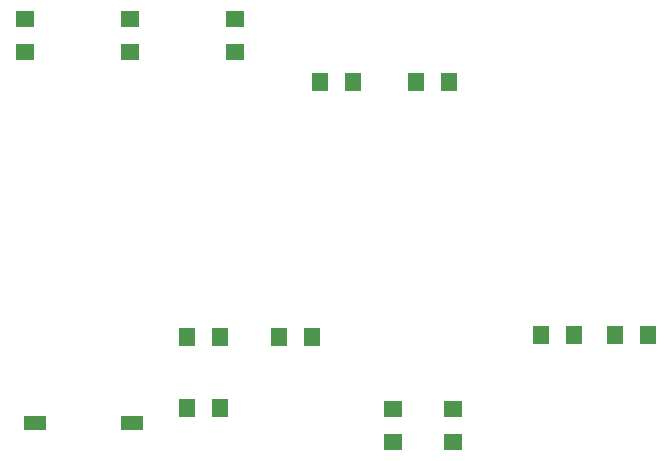
<source format=gbr>
G04 DipTrace 2.4.0.2*
%INÂåðõíÿÿï.ìàñêà.gbr*%
%MOIN*%
%ADD62R,0.0768X0.0512*%
%ADD78R,0.063X0.0551*%
%ADD80R,0.0551X0.063*%
%FSLAX44Y44*%
G04*
G70*
G90*
G75*
G01*
%LNTopPaste*%
%LPD*%
D80*
X18000Y17937D3*
X19102D3*
D78*
X22437Y5937D3*
Y7039D3*
X20437Y5937D3*
Y7039D3*
D80*
X14687Y9437D3*
X13585D3*
X22312Y17937D3*
X21210D3*
X17750Y9437D3*
X16647D3*
X28937Y9500D3*
X27835D3*
X14665Y7062D3*
X13562D3*
X25386Y9488D3*
X26488D3*
D78*
X15187Y18937D3*
Y20039D3*
X11687Y18937D3*
Y20039D3*
X8187Y18937D3*
Y20039D3*
D62*
X8502Y6562D3*
X11750D3*
M02*

</source>
